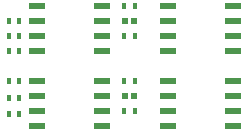
<source format=gtp>
G04 Layer_Color=8421504*
%FSLAX23Y23*%
%MOIN*%
G70*
G01*
G75*
%ADD10R,0.018X0.022*%
%ADD11R,0.057X0.024*%
%ADD12R,0.020X0.020*%
D10*
X128Y-255D02*
D03*
X92D02*
D03*
X92Y-200D02*
D03*
X128D02*
D03*
X478Y50D02*
D03*
X513D02*
D03*
X478Y-50D02*
D03*
X513D02*
D03*
X478Y-200D02*
D03*
X513D02*
D03*
X478Y-300D02*
D03*
X513D02*
D03*
X92Y-310D02*
D03*
X128D02*
D03*
X128Y-50D02*
D03*
X92D02*
D03*
X92Y-100D02*
D03*
X128D02*
D03*
X92Y0D02*
D03*
X128D02*
D03*
D11*
X839Y-350D02*
D03*
Y-300D02*
D03*
Y-250D02*
D03*
Y-200D02*
D03*
X624Y-350D02*
D03*
Y-300D02*
D03*
Y-250D02*
D03*
Y-200D02*
D03*
X403Y-350D02*
D03*
Y-300D02*
D03*
Y-250D02*
D03*
Y-200D02*
D03*
X188Y-350D02*
D03*
Y-300D02*
D03*
Y-250D02*
D03*
Y-200D02*
D03*
X839Y-100D02*
D03*
Y-50D02*
D03*
Y0D02*
D03*
Y50D02*
D03*
X624Y-100D02*
D03*
Y-50D02*
D03*
Y0D02*
D03*
Y50D02*
D03*
X403Y-100D02*
D03*
Y-50D02*
D03*
Y0D02*
D03*
Y50D02*
D03*
X188Y-100D02*
D03*
Y-50D02*
D03*
Y0D02*
D03*
Y50D02*
D03*
D12*
X511Y-250D02*
D03*
X480D02*
D03*
X511Y0D02*
D03*
X480D02*
D03*
M02*

</source>
